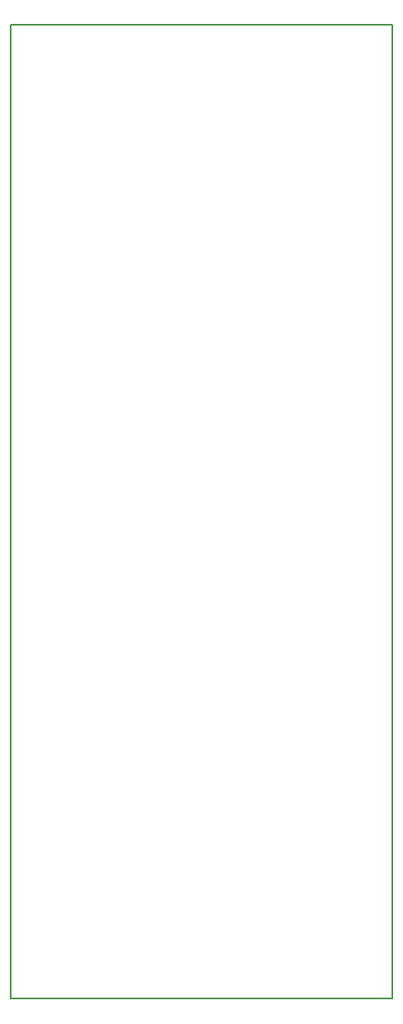
<source format=gm1>
G04 #@! TF.GenerationSoftware,KiCad,Pcbnew,7.0.7-7.0.7~ubuntu23.04.1*
G04 #@! TF.CreationDate,2023-08-20T12:14:31+00:00*
G04 #@! TF.ProjectId,as3340,61733333-3430-42e6-9b69-6361645f7063,1*
G04 #@! TF.SameCoordinates,Original*
G04 #@! TF.FileFunction,Profile,NP*
%FSLAX46Y46*%
G04 Gerber Fmt 4.6, Leading zero omitted, Abs format (unit mm)*
G04 Created by KiCad (PCBNEW 7.0.7-7.0.7~ubuntu23.04.1) date 2023-08-20 12:14:31*
%MOMM*%
%LPD*%
G01*
G04 APERTURE LIST*
G04 #@! TA.AperFunction,Profile*
%ADD10C,0.200000*%
G04 #@! TD*
G04 APERTURE END LIST*
D10*
X130698800Y-86296400D02*
X91398800Y-86296400D01*
X130698800Y-186296400D02*
X130698800Y-86296400D01*
X91398800Y-86296400D02*
X91398800Y-186296400D01*
X91398800Y-186296400D02*
X130698800Y-186296400D01*
M02*

</source>
